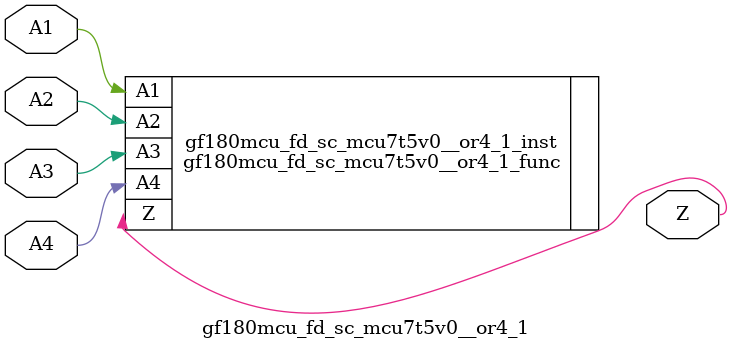
<source format=v>

module gf180mcu_fd_sc_mcu7t5v0__or4_1( A1, A2, A3, A4, Z );
input A1, A2, A3, A4;
output Z;

   `ifdef FUNCTIONAL  //  functional //

	gf180mcu_fd_sc_mcu7t5v0__or4_1_func gf180mcu_fd_sc_mcu7t5v0__or4_1_behav_inst(.A1(A1),.A2(A2),.A3(A3),.A4(A4),.Z(Z));

   `else

	gf180mcu_fd_sc_mcu7t5v0__or4_1_func gf180mcu_fd_sc_mcu7t5v0__or4_1_inst(.A1(A1),.A2(A2),.A3(A3),.A4(A4),.Z(Z));

	// spec_gates_begin


	// spec_gates_end



   specify

	// specify_block_begin

	// comb arc A1 --> Z
	 (A1 => Z) = (1.0,1.0);

	// comb arc A2 --> Z
	 (A2 => Z) = (1.0,1.0);

	// comb arc A3 --> Z
	 (A3 => Z) = (1.0,1.0);

	// comb arc A4 --> Z
	 (A4 => Z) = (1.0,1.0);

	// specify_block_end

   endspecify

   `endif

endmodule

</source>
